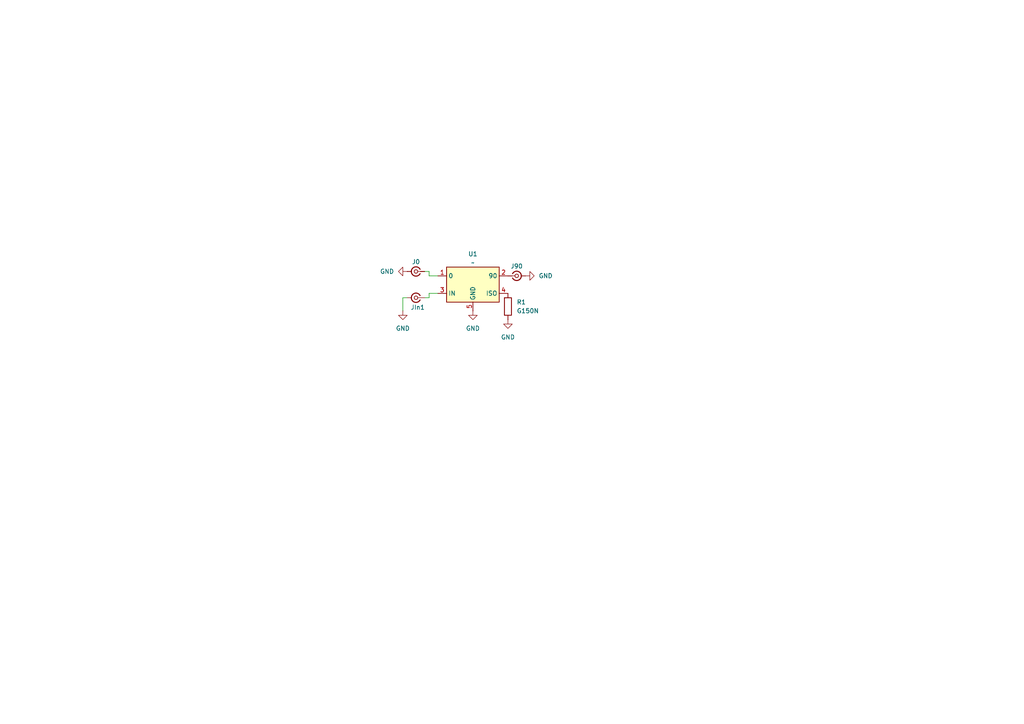
<source format=kicad_sch>
(kicad_sch (version 20231120) (generator "eeschema") (generator_version "8.0")
  (paper "A4")
  (lib_symbols
    (symbol "AnarenLib:G150N" (pin_numbers hide) (pin_names (offset 0))
      (property "Reference" "R" (at 2.032 0 90))
      (property "Value" "G150N" (at 4.318 0 90))
      (symbol "G150N_0_1"
        (rectangle (start -1.016 -2.54) (end 1.016 2.54) (stroke (width 0.254)))
      )
      (symbol "G150N_1_1"
        (pin input line (at 0 3.81 270) (length 1.27) (name "~") (number "1"))
        (pin output line (at 0 -3.81 90) (length 1.27) (name "~") (number "2"))
      )
    )
    (symbol "Connector:Conn_Coaxial_Small" (pin_numbers hide) (pin_names (offset 1.016) hide)
      (property "Reference" "J" (at 0.254 3.048 0))
      (property "Value" "Conn_Coaxial_Small" (at 0 -3.81 0))
      (symbol "Conn_Coaxial_Small_0_1"
        (polyline (pts (xy -2.54 0) (xy -0.508 0)))
        (circle (center 0 0) (radius 0.508) (stroke (width 0.2032)))
      )
      (symbol "Conn_Coaxial_Small_1_1"
        (arc (start -1.1916 -0.6311) (mid 0.327 -1.3081) (end 1.3484 0.0039) (stroke (width 0.3048)))
        (arc (start 1.3484 -0.0039) (mid 0.327 1.3081) (end -1.1916 0.6311) (stroke (width 0.3048)))
        (pin passive line (at -2.54 0 0) (length 1.27) (name "In") (number "1"))
        (pin passive line (at 2.54 0 180) (length 1.27) (name "Ext") (number "2"))
      )
    )
    (symbol "Symbols:HybridCoupler"
      (property "Reference" "U" (at 0 0 0))
      (symbol "HybridCoupler_1_1"
        (rectangle (start -6.35 -1.27) (end 8.89 -11.43) (stroke (width 0.254)) (fill (type background)))
        (pin output line (at -8.89 -3.81 0) (length 2.54) (name "0") (number "1"))
        (pin output line (at 11.43 -3.81 180) (length 2.54) (name "90") (number "2"))
        (pin input line (at -8.89 -8.89 0) (length 2.54) (name "IN") (number "3"))
        (pin output line (at 11.43 -8.89 180) (length 2.54) (name "ISO") (number "4"))
        (pin output line (at 1.27 -13.97 90) (length 2.54) (name "GND") (number "5"))
      )
    )
    (symbol "power:GND" (power) (pin_numbers hide) (pin_names (offset 0) hide)
      (property "Value" "GND" (at 0 -3.81 0))
      (symbol "GND_0_1"
        (polyline (pts (xy 0 0) (xy 0 -1.27) (xy 1.27 -1.27) (xy 0 -2.54) (xy -1.27 -1.27) (xy 0 -1.27)))
      )
      (symbol "GND_1_1"
        (pin power_in line (at 0 0 270) (length 0) (name "~") (number "1"))
      )
    )
  )
  (wire (pts (xy 123.19 86.36) (xy 124.46 86.36)))
  (wire (pts (xy 123.19 78.74) (xy 124.46 78.74)))
  (wire (pts (xy 124.46 78.74) (xy 124.46 80.01)))
  (wire (pts (xy 124.46 80.01) (xy 127 80.01)))
  (wire (pts (xy 116.84 90.17) (xy 116.84 86.36)))
  (wire (pts (xy 118.11 86.36) (xy 116.84 86.36)))
  (wire (pts (xy 124.46 85.09) (xy 127 85.09)))
  (wire (pts (xy 124.46 86.36) (xy 124.46 85.09)))
  (symbol (lib_id "Connector:Conn_Coaxial_Small") (at 120.65 86.36 0) (mirror y) (unit 1)
    (property "Reference" "JIn1" (at 121.158 89.154 0))
    (property "Footprint" "Footprints:Wire connector" (effects (hide yes)))
  )
  (symbol (lib_id "power:GND") (at 116.84 90.17 0) (unit 1)
    (property "Reference" "#PWR04" (effects (hide yes)))
    (property "Value" "GND" (at 116.84 95.25 0))
    (property "Description" "Power symbol creates a global label with name \"GND\" , ground" (effects (hide yes)))
  )
  (symbol (lib_id "Connector:Conn_Coaxial_Small") (at 120.65 78.74 0) (mirror y) (unit 1)
    (property "Reference" "J0" (at 120.65 75.946 0))
    (property "Footprint" "Footprints:Wire connector" (effects (hide yes)))
  )
  (symbol (lib_id "Connector:Conn_Coaxial_Small") (at 149.86 80.01 0) (unit 1)
    (property "Reference" "J90" (at 149.86 77.216 0))
    (property "Footprint" "Footprints:Wire connector" (effects (hide yes)))
  )
  (symbol (lib_id "AnarenLib:G150N") (at 147.32 88.9 0) (unit 1)
    (property "Reference" "R1" (at 149.86 87.6299 0) (effects (justify left)))
    (property "Value" "G150N" (at 149.86 90.1699 0) (effects (justify left)))
    (property "Footprint" "Footprints:G150N_Middle" (effects (hide yes)))
    (property "Description" "Resistor" (effects (hide yes)))
  )
  (symbol (lib_id "power:GND") (at 118.11 78.74 270) (unit 1)
    (property "Reference" "#PWR03" (effects (hide yes)))
    (property "Value" "GND" (at 114.3 78.7399 90) (effects (justify right)))
    (property "Description" "Power symbol creates a global label with name \"GND\" , ground" (effects (hide yes)))
  )
  (symbol (lib_id "power:GND") (at 137.16 90.17 0) (unit 1)
    (property "Reference" "#PWR05" (effects (hide yes)))
    (property "Value" "GND" (at 137.16 95.25 0))
    (property "Description" "Power symbol creates a global label with name \"GND\" , ground" (effects (hide yes)))
  )
  (symbol (lib_id "Symbols:HybridCoupler") (at 135.89 76.2 0) (unit 1)
    (property "Reference" "U1" (at 137.16 73.66 0))
    (property "Value" "~" (at 137.16 76.2 0))
    (property "Footprint" "Footprints:CMX03A03" (effects (hide yes)))
  )
  (symbol (lib_id "power:GND") (at 147.32 92.71 0) (unit 1)
    (property "Reference" "#PWR01" (effects (hide yes)))
    (property "Value" "GND" (at 147.32 97.79 0))
    (property "Description" "Power symbol creates a global label with name \"GND\" , ground" (effects (hide yes)))
  )
  (symbol (lib_id "power:GND") (at 152.4 80.01 90) (unit 1)
    (property "Reference" "#PWR02" (effects (hide yes)))
    (property "Value" "GND" (at 156.21 80.0099 90) (effects (justify right)))
    (property "Description" "Power symbol creates a global label with name \"GND\" , ground" (effects (hide yes)))
  )
)
</source>
